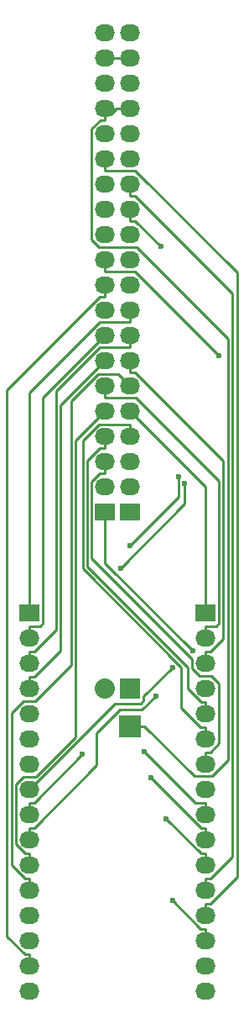
<source format=gbr>
G04 #@! TF.FileFunction,Copper,L2,Bot,Signal*
%FSLAX46Y46*%
G04 Gerber Fmt 4.6, Leading zero omitted, Abs format (unit mm)*
G04 Created by KiCad (PCBNEW 4.0.5+dfsg1-4) date Thu Dec 28 22:42:14 2017*
%MOMM*%
%LPD*%
G01*
G04 APERTURE LIST*
%ADD10C,0.100000*%
%ADD11R,2.032000X1.727200*%
%ADD12O,2.032000X1.727200*%
%ADD13R,2.032000X2.032000*%
%ADD14O,2.032000X2.032000*%
%ADD15R,2.235200X2.235200*%
%ADD16C,0.600000*%
%ADD17C,0.250000*%
G04 APERTURE END LIST*
D10*
D11*
X69850000Y-88900000D03*
D12*
X69850000Y-91440000D03*
X69850000Y-93980000D03*
X69850000Y-96520000D03*
X69850000Y-99060000D03*
X69850000Y-101600000D03*
X69850000Y-104140000D03*
X69850000Y-106680000D03*
X69850000Y-109220000D03*
X69850000Y-111760000D03*
X69850000Y-114300000D03*
X69850000Y-116840000D03*
X69850000Y-119380000D03*
X69850000Y-121920000D03*
X69850000Y-124460000D03*
X69850000Y-127000000D03*
D11*
X87630000Y-88900000D03*
D12*
X87630000Y-91440000D03*
X87630000Y-93980000D03*
X87630000Y-96520000D03*
X87630000Y-99060000D03*
X87630000Y-101600000D03*
X87630000Y-104140000D03*
X87630000Y-106680000D03*
X87630000Y-109220000D03*
X87630000Y-111760000D03*
X87630000Y-114300000D03*
X87630000Y-116840000D03*
X87630000Y-119380000D03*
X87630000Y-121920000D03*
X87630000Y-124460000D03*
X87630000Y-127000000D03*
D13*
X80010000Y-96520000D03*
D14*
X77470000Y-96520000D03*
D11*
X80010000Y-78740000D03*
D12*
X80010000Y-76200000D03*
X80010000Y-73660000D03*
X80010000Y-71120000D03*
X80010000Y-68580000D03*
X80010000Y-66040000D03*
X80010000Y-63500000D03*
X80010000Y-60960000D03*
X80010000Y-58420000D03*
X80010000Y-55880000D03*
X80010000Y-53340000D03*
X80010000Y-50800000D03*
X80010000Y-48260000D03*
X80010000Y-45720000D03*
X80010000Y-43180000D03*
X80010000Y-40640000D03*
X80010000Y-38100000D03*
X80010000Y-35560000D03*
X80010000Y-33020000D03*
X80010000Y-30480000D03*
D11*
X77470000Y-78740000D03*
D12*
X77470000Y-76200000D03*
X77470000Y-73660000D03*
X77470000Y-71120000D03*
X77470000Y-68580000D03*
X77470000Y-66040000D03*
X77470000Y-63500000D03*
X77470000Y-60960000D03*
X77470000Y-58420000D03*
X77470000Y-55880000D03*
X77470000Y-53340000D03*
X77470000Y-50800000D03*
X77470000Y-48260000D03*
X77470000Y-45720000D03*
X77470000Y-43180000D03*
X77470000Y-40640000D03*
X77470000Y-38100000D03*
X77470000Y-35560000D03*
X77470000Y-33020000D03*
X77470000Y-30480000D03*
D15*
X80010000Y-100330000D03*
D16*
X86302400Y-92743600D03*
X75180200Y-103184700D03*
X88981000Y-62974100D03*
X83658800Y-109623700D03*
X80010000Y-82111900D03*
X84858300Y-75176100D03*
X85534700Y-75882600D03*
X79026300Y-84407500D03*
X81453000Y-102901200D03*
X82078400Y-105503300D03*
X82583100Y-97293300D03*
X83101300Y-52020100D03*
X84296700Y-94417500D03*
X84284100Y-117905300D03*
D17*
X77470000Y-78740000D02*
X77470000Y-79928900D01*
X77470000Y-83911200D02*
X86302400Y-92743600D01*
X77470000Y-79928900D02*
X77470000Y-83911200D01*
X69850000Y-109220000D02*
X69850000Y-108031100D01*
X70333800Y-108031100D02*
X75180200Y-103184700D01*
X69850000Y-108031100D02*
X70333800Y-108031100D01*
X77470000Y-73660000D02*
X77470000Y-74848900D01*
X87630000Y-104140000D02*
X87630000Y-102951100D01*
X76949900Y-74848900D02*
X77470000Y-74848900D01*
X76128700Y-75670100D02*
X76949900Y-74848900D01*
X76128700Y-83454300D02*
X76128700Y-75670100D01*
X86272900Y-93598500D02*
X76128700Y-83454300D01*
X86272900Y-94502600D02*
X86272900Y-93598500D01*
X87020300Y-95250000D02*
X86272900Y-94502600D01*
X88210500Y-95250000D02*
X87020300Y-95250000D01*
X88981000Y-96020500D02*
X88210500Y-95250000D01*
X88981000Y-102083900D02*
X88981000Y-96020500D01*
X88113800Y-102951100D02*
X88981000Y-102083900D01*
X87630000Y-102951100D02*
X88113800Y-102951100D01*
X77470000Y-71120000D02*
X77470000Y-72308900D01*
X87630000Y-99060000D02*
X87630000Y-97871100D01*
X76949900Y-72308900D02*
X77470000Y-72308900D01*
X75678200Y-73580600D02*
X76949900Y-72308900D01*
X75678200Y-84277700D02*
X75678200Y-73580600D01*
X85822600Y-94422100D02*
X75678200Y-84277700D01*
X85822600Y-96547500D02*
X85822600Y-94422100D01*
X87146200Y-97871100D02*
X85822600Y-96547500D01*
X87630000Y-97871100D02*
X87146200Y-97871100D01*
X69850000Y-114300000D02*
X69850000Y-113111100D01*
X69366200Y-113111100D02*
X69850000Y-113111100D01*
X68499000Y-112243900D02*
X69366200Y-113111100D01*
X68499000Y-106160000D02*
X68499000Y-112243900D01*
X69249000Y-105410000D02*
X68499000Y-106160000D01*
X70483100Y-105410000D02*
X69249000Y-105410000D01*
X74474600Y-101418500D02*
X70483100Y-105410000D01*
X74474600Y-71575400D02*
X74474600Y-101418500D01*
X77470000Y-68580000D02*
X74474600Y-71575400D01*
X80562100Y-67228900D02*
X77470000Y-67228900D01*
X88971400Y-75638200D02*
X80562100Y-67228900D01*
X88971400Y-89950000D02*
X88971400Y-75638200D01*
X88670300Y-90251100D02*
X88971400Y-89950000D01*
X87630000Y-90251100D02*
X88670300Y-90251100D01*
X87630000Y-91440000D02*
X87630000Y-90251100D01*
X77470000Y-66040000D02*
X77470000Y-67228900D01*
X69850000Y-96520000D02*
X69850000Y-95331100D01*
X70333800Y-95331100D02*
X69850000Y-95331100D01*
X72950700Y-92714200D02*
X70333800Y-95331100D01*
X72950700Y-68019300D02*
X72950700Y-92714200D01*
X77470000Y-63500000D02*
X72950700Y-68019300D01*
X70902900Y-90251100D02*
X69850000Y-90251100D01*
X71201000Y-89953000D02*
X70902900Y-90251100D01*
X71201000Y-67229000D02*
X71201000Y-89953000D01*
X77470000Y-60960000D02*
X71201000Y-67229000D01*
X69850000Y-91440000D02*
X69850000Y-90251100D01*
X77470000Y-55880000D02*
X77470000Y-57068900D01*
X69850000Y-124460000D02*
X69850000Y-123271100D01*
X76949900Y-57068900D02*
X77470000Y-57068900D01*
X67578400Y-66440400D02*
X76949900Y-57068900D01*
X67578400Y-121483300D02*
X67578400Y-66440400D01*
X69366200Y-123271100D02*
X67578400Y-121483300D01*
X69850000Y-123271100D02*
X69366200Y-123271100D01*
X77470000Y-53340000D02*
X77470000Y-54528900D01*
X80535800Y-54528900D02*
X88981000Y-62974100D01*
X77470000Y-54528900D02*
X80535800Y-54528900D01*
X87630000Y-114300000D02*
X87630000Y-113111100D01*
X87146200Y-113111100D02*
X87630000Y-113111100D01*
X83658800Y-109623700D02*
X87146200Y-113111100D01*
X88113800Y-118191100D02*
X87630000Y-118191100D01*
X90789400Y-115515500D02*
X88113800Y-118191100D01*
X90789400Y-54622400D02*
X90789400Y-115515500D01*
X80535900Y-44368900D02*
X90789400Y-54622400D01*
X77470000Y-44368900D02*
X80535900Y-44368900D01*
X77470000Y-43180000D02*
X77470000Y-44368900D01*
X87630000Y-119380000D02*
X87630000Y-118191100D01*
X76986200Y-39288900D02*
X77470000Y-39288900D01*
X76119000Y-40156100D02*
X76986200Y-39288900D01*
X76119000Y-51354900D02*
X76119000Y-40156100D01*
X76834100Y-52070000D02*
X76119000Y-51354900D01*
X80644100Y-52070000D02*
X76834100Y-52070000D01*
X89888600Y-61314500D02*
X80644100Y-52070000D01*
X89888600Y-103765400D02*
X89888600Y-61314500D01*
X88304100Y-105349900D02*
X89888600Y-103765400D01*
X86472800Y-105349900D02*
X88304100Y-105349900D01*
X81452900Y-100330000D02*
X86472800Y-105349900D01*
X80010000Y-100330000D02*
X81452900Y-100330000D01*
X77470000Y-38100000D02*
X77470000Y-38694400D01*
X77470000Y-38694400D02*
X77470000Y-39288900D01*
X78074300Y-38694400D02*
X78668700Y-38100000D01*
X77470000Y-38694400D02*
X78074300Y-38694400D01*
X80010000Y-38100000D02*
X78668700Y-38100000D01*
X84858300Y-77263600D02*
X80010000Y-82111900D01*
X84858300Y-75176100D02*
X84858300Y-77263600D01*
X77470000Y-33020000D02*
X80010000Y-33020000D01*
X85534700Y-77899100D02*
X79026300Y-84407500D01*
X85534700Y-75882600D02*
X85534700Y-77899100D01*
X87630000Y-109220000D02*
X87630000Y-108031100D01*
X86582900Y-108031100D02*
X81453000Y-102901200D01*
X87630000Y-108031100D02*
X86582900Y-108031100D01*
X87630000Y-111760000D02*
X87630000Y-110571100D01*
X87146200Y-110571100D02*
X82078400Y-105503300D01*
X87630000Y-110571100D02*
X87146200Y-110571100D01*
X69850000Y-111760000D02*
X69850000Y-110571100D01*
X81211100Y-98665300D02*
X82583100Y-97293300D01*
X78971700Y-98665300D02*
X81211100Y-98665300D01*
X76630400Y-101006600D02*
X78971700Y-98665300D01*
X76630400Y-104274500D02*
X76630400Y-101006600D01*
X70333800Y-110571100D02*
X76630400Y-104274500D01*
X69850000Y-110571100D02*
X70333800Y-110571100D01*
X80010000Y-71120000D02*
X80010000Y-69931100D01*
X87630000Y-101600000D02*
X87630000Y-100411100D01*
X76819200Y-69931100D02*
X80010000Y-69931100D01*
X75223800Y-71526500D02*
X76819200Y-69931100D01*
X75223800Y-84460200D02*
X75223800Y-71526500D01*
X85147300Y-94383700D02*
X75223800Y-84460200D01*
X85147300Y-98448500D02*
X85147300Y-94383700D01*
X87109900Y-100411100D02*
X85147300Y-98448500D01*
X87630000Y-100411100D02*
X87109900Y-100411100D01*
X87630000Y-76200000D02*
X80010000Y-68580000D01*
X87630000Y-88900000D02*
X87630000Y-76200000D01*
X69366200Y-115651100D02*
X69850000Y-115651100D01*
X68028800Y-114313700D02*
X69366200Y-115651100D01*
X68028800Y-98990800D02*
X68028800Y-114313700D01*
X69229600Y-97790000D02*
X68028800Y-98990800D01*
X70431400Y-97790000D02*
X69229600Y-97790000D01*
X74024200Y-94197200D02*
X70431400Y-97790000D01*
X74024200Y-67582700D02*
X74024200Y-94197200D01*
X76772200Y-64834700D02*
X74024200Y-67582700D01*
X78804700Y-64834700D02*
X76772200Y-64834700D01*
X80010000Y-66040000D02*
X78804700Y-64834700D01*
X69850000Y-116840000D02*
X69850000Y-115651100D01*
X87630000Y-93980000D02*
X87630000Y-92791100D01*
X80010000Y-63500000D02*
X80010000Y-64688900D01*
X88150100Y-92791100D02*
X87630000Y-92791100D01*
X89421700Y-91519500D02*
X88150100Y-92791100D01*
X89421700Y-73616800D02*
X89421700Y-91519500D01*
X80493800Y-64688900D02*
X89421700Y-73616800D01*
X80010000Y-64688900D02*
X80493800Y-64688900D01*
X80010000Y-60960000D02*
X80010000Y-62148900D01*
X69850000Y-93980000D02*
X69850000Y-92791100D01*
X76944100Y-62148900D02*
X80010000Y-62148900D01*
X72500300Y-66592700D02*
X76944100Y-62148900D01*
X72500300Y-90624600D02*
X72500300Y-66592700D01*
X70333800Y-92791100D02*
X72500300Y-90624600D01*
X69850000Y-92791100D02*
X70333800Y-92791100D01*
X80010000Y-58420000D02*
X80010000Y-59608900D01*
X76944100Y-59608900D02*
X80010000Y-59608900D01*
X69850000Y-66703000D02*
X76944100Y-59608900D01*
X69850000Y-88900000D02*
X69850000Y-66703000D01*
X78491900Y-98038100D02*
X69850000Y-106680000D01*
X81070100Y-98038100D02*
X78491900Y-98038100D01*
X81378100Y-97730100D02*
X81070100Y-98038100D01*
X81378100Y-97336100D02*
X81378100Y-97730100D01*
X84296700Y-94417500D02*
X81378100Y-97336100D01*
X80010000Y-48260000D02*
X80010000Y-49448900D01*
X80530100Y-49448900D02*
X83101300Y-52020100D01*
X80010000Y-49448900D02*
X80530100Y-49448900D01*
X87630000Y-116840000D02*
X87630000Y-115651100D01*
X80010000Y-45720000D02*
X80010000Y-46908900D01*
X88150100Y-115651100D02*
X87630000Y-115651100D01*
X90339000Y-113462200D02*
X88150100Y-115651100D01*
X90339000Y-56754100D02*
X90339000Y-113462200D01*
X80493800Y-46908900D02*
X90339000Y-56754100D01*
X80010000Y-46908900D02*
X80493800Y-46908900D01*
X87630000Y-121920000D02*
X87630000Y-120731100D01*
X87109900Y-120731100D02*
X84284100Y-117905300D01*
X87630000Y-120731100D02*
X87109900Y-120731100D01*
M02*

</source>
